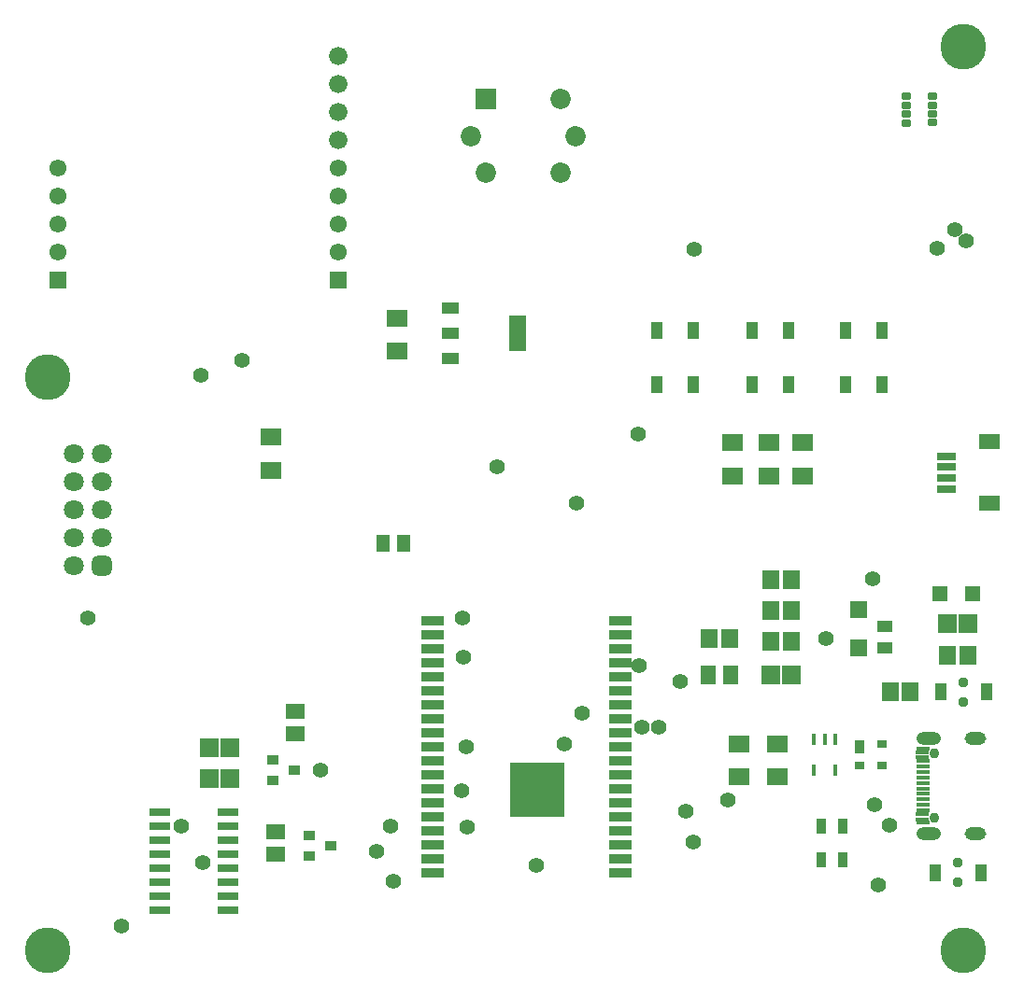
<source format=gbr>
%TF.GenerationSoftware,Altium Limited,Altium Designer,24.3.1 (35)*%
G04 Layer_Color=8388736*
%FSLAX45Y45*%
%MOMM*%
%TF.SameCoordinates,335D41A4-EFD6-4B0F-B868-2B534B1C8AB3*%
%TF.FilePolarity,Negative*%
%TF.FileFunction,Soldermask,Top*%
%TF.Part,Single*%
G01*
G75*
%TA.AperFunction,SMDPad,CuDef*%
%ADD10R,1.90620X1.50464*%
%ADD11R,0.95000X1.45000*%
%ADD17R,1.50000X1.50000*%
%ADD23R,1.35000X1.00000*%
%ADD28R,0.43180X1.13030*%
%ADD30R,5.00000X5.00000*%
%ADD31R,2.00000X0.90000*%
%TA.AperFunction,ComponentPad*%
%ADD38C,1.55000*%
%ADD39R,1.55000X1.55000*%
%ADD43C,1.85000*%
%ADD44R,1.85000X1.85000*%
%TA.AperFunction,ConnectorPad*%
%ADD60R,1.30000X0.45000*%
%TA.AperFunction,SMDPad,CuDef*%
G04:AMPARAMS|DCode=61|XSize=0.8358mm|YSize=0.65mm|CornerRadius=0.1375mm|HoleSize=0mm|Usage=FLASHONLY|Rotation=0.000|XOffset=0mm|YOffset=0mm|HoleType=Round|Shape=RoundedRectangle|*
%AMROUNDEDRECTD61*
21,1,0.83580,0.37500,0,0,0.0*
21,1,0.56080,0.65000,0,0,0.0*
1,1,0.27500,0.28040,-0.18750*
1,1,0.27500,-0.28040,-0.18750*
1,1,0.27500,-0.28040,0.18750*
1,1,0.27500,0.28040,0.18750*
%
%ADD61ROUNDEDRECTD61*%
G04:AMPARAMS|DCode=62|XSize=1.05mm|YSize=1.6mm|CornerRadius=0.1245mm|HoleSize=0mm|Usage=FLASHONLY|Rotation=90.000|XOffset=0mm|YOffset=0mm|HoleType=Round|Shape=RoundedRectangle|*
%AMROUNDEDRECTD62*
21,1,1.05000,1.35100,0,0,90.0*
21,1,0.80100,1.60000,0,0,90.0*
1,1,0.24900,0.67550,0.40050*
1,1,0.24900,0.67550,-0.40050*
1,1,0.24900,-0.67550,-0.40050*
1,1,0.24900,-0.67550,0.40050*
%
%ADD62ROUNDEDRECTD62*%
G04:AMPARAMS|DCode=63|XSize=3.3mm|YSize=1.6mm|CornerRadius=0.12575mm|HoleSize=0mm|Usage=FLASHONLY|Rotation=90.000|XOffset=0mm|YOffset=0mm|HoleType=Round|Shape=RoundedRectangle|*
%AMROUNDEDRECTD63*
21,1,3.30000,1.34850,0,0,90.0*
21,1,3.04850,1.60000,0,0,90.0*
1,1,0.25150,0.67425,1.52425*
1,1,0.25150,0.67425,-1.52425*
1,1,0.25150,-0.67425,-1.52425*
1,1,0.25150,-0.67425,1.52425*
%
%ADD63ROUNDEDRECTD63*%
%ADD64R,1.65000X1.70000*%
%ADD65R,1.70000X1.70000*%
%ADD66R,1.40000X1.37000*%
%ADD67R,1.10000X1.65000*%
%ADD68R,1.05000X1.65000*%
%ADD69R,1.05000X0.95000*%
%ADD70R,1.95000X0.79000*%
%ADD71R,1.55000X1.70000*%
%ADD72R,1.40000X1.70000*%
%ADD73R,1.70000X1.40000*%
%ADD74R,1.20000X1.60000*%
%ADD75R,0.85000X1.15000*%
%ADD76R,0.85000X0.75000*%
%ADD77R,1.70000X0.75000*%
%ADD78R,1.95000X1.35000*%
%TA.AperFunction,ViaPad*%
%ADD79C,1.67400*%
%ADD80C,4.15000*%
%TA.AperFunction,ComponentPad*%
%ADD81C,0.93000*%
%ADD82C,1.80000*%
G04:AMPARAMS|DCode=83|XSize=1.8mm|YSize=1.8mm|CornerRadius=0.4875mm|HoleSize=0mm|Usage=FLASHONLY|Rotation=90.000|XOffset=0mm|YOffset=0mm|HoleType=Round|Shape=RoundedRectangle|*
%AMROUNDEDRECTD83*
21,1,1.80000,0.82500,0,0,90.0*
21,1,0.82500,1.80000,0,0,90.0*
1,1,0.97500,0.41250,0.41250*
1,1,0.97500,0.41250,-0.41250*
1,1,0.97500,-0.41250,-0.41250*
1,1,0.97500,-0.41250,0.41250*
%
%ADD83ROUNDEDRECTD83*%
%ADD84C,0.95000*%
G04:AMPARAMS|DCode=85|XSize=1.15mm|YSize=1.95mm|CornerRadius=0.575mm|HoleSize=0mm|Usage=FLASHONLY|Rotation=90.000|XOffset=0mm|YOffset=0mm|HoleType=Round|Shape=RoundedRectangle|*
%AMROUNDEDRECTD85*
21,1,1.15000,0.80000,0,0,90.0*
21,1,0.00000,1.95000,0,0,90.0*
1,1,1.15000,0.40000,0.00000*
1,1,1.15000,0.40000,0.00000*
1,1,1.15000,-0.40000,0.00000*
1,1,1.15000,-0.40000,0.00000*
%
%ADD85ROUNDEDRECTD85*%
G04:AMPARAMS|DCode=86|XSize=1.15mm|YSize=2.25mm|CornerRadius=0.575mm|HoleSize=0mm|Usage=FLASHONLY|Rotation=90.000|XOffset=0mm|YOffset=0mm|HoleType=Round|Shape=RoundedRectangle|*
%AMROUNDEDRECTD86*
21,1,1.15000,1.10000,0,0,90.0*
21,1,0.00000,2.25000,0,0,90.0*
1,1,1.15000,0.55000,0.00000*
1,1,1.15000,0.55000,0.00000*
1,1,1.15000,-0.55000,0.00000*
1,1,1.15000,-0.55000,0.00000*
%
%ADD86ROUNDEDRECTD86*%
%TA.AperFunction,ViaPad*%
%ADD87C,1.42000*%
D10*
X9436100Y7503378D02*
D03*
Y7203222D02*
D03*
X9740900Y7503378D02*
D03*
Y7203222D02*
D03*
X9105900D02*
D03*
Y7503378D02*
D03*
X6070600Y8333522D02*
D03*
Y8633678D02*
D03*
X9512300Y4472722D02*
D03*
Y4772878D02*
D03*
X9169400D02*
D03*
Y4472722D02*
D03*
X4927600Y7554178D02*
D03*
Y7254022D02*
D03*
D11*
X9910100Y4025900D02*
D03*
X10105100D02*
D03*
X9910100Y3721100D02*
D03*
X10105100D02*
D03*
D17*
X10248900Y5641599D02*
D03*
Y5991601D02*
D03*
D23*
X10490200Y5640400D02*
D03*
Y5840400D02*
D03*
D28*
X10039101Y4813300D02*
D03*
X9944100D02*
D03*
X9849099D02*
D03*
Y4535170D02*
D03*
X10039101D02*
D03*
D30*
X7339899Y4356801D02*
D03*
D31*
X6389898Y3606800D02*
D03*
Y3733800D02*
D03*
Y3860800D02*
D03*
Y3987800D02*
D03*
Y4114800D02*
D03*
Y4241800D02*
D03*
Y4368800D02*
D03*
Y4495800D02*
D03*
Y4622800D02*
D03*
Y4749800D02*
D03*
Y4876800D02*
D03*
Y5003800D02*
D03*
Y5130800D02*
D03*
Y5257800D02*
D03*
Y5384800D02*
D03*
Y5511800D02*
D03*
Y5638800D02*
D03*
Y5765800D02*
D03*
Y5892800D02*
D03*
X8089900D02*
D03*
Y5765800D02*
D03*
Y5638800D02*
D03*
Y5511800D02*
D03*
Y5384800D02*
D03*
Y5257800D02*
D03*
Y5130800D02*
D03*
Y5003800D02*
D03*
Y4876800D02*
D03*
Y4749800D02*
D03*
Y4622800D02*
D03*
Y4495800D02*
D03*
Y4368800D02*
D03*
Y4241800D02*
D03*
Y4114800D02*
D03*
Y3987800D02*
D03*
Y3860800D02*
D03*
Y3733800D02*
D03*
Y3606800D02*
D03*
D38*
X5540000Y9993000D02*
D03*
Y9739000D02*
D03*
Y9485000D02*
D03*
Y9231000D02*
D03*
X3000000Y9993000D02*
D03*
Y9739000D02*
D03*
Y9485000D02*
D03*
Y9231000D02*
D03*
D39*
X5540000Y8977000D02*
D03*
X3000000D02*
D03*
D43*
X6738600Y10287000D02*
D03*
X7688600D02*
D03*
X7549500Y10622900D02*
D03*
X6877700Y9951100D02*
D03*
X7549500D02*
D03*
D44*
X6877700Y10622900D02*
D03*
D60*
X10825000Y4699200D02*
D03*
Y4089200D02*
D03*
X10834400Y4729200D02*
D03*
X10828000Y4649200D02*
D03*
X10834400Y4169200D02*
D03*
Y4059200D02*
D03*
X10828000Y4139200D02*
D03*
X10834400Y4219200D02*
D03*
Y4269200D02*
D03*
Y4319200D02*
D03*
Y4369200D02*
D03*
Y4419200D02*
D03*
Y4469200D02*
D03*
Y4519200D02*
D03*
Y4569200D02*
D03*
Y4619200D02*
D03*
D61*
X10922000Y10646400D02*
D03*
Y10566400D02*
D03*
Y10486400D02*
D03*
Y10406400D02*
D03*
X10682000Y10404400D02*
D03*
Y10486400D02*
D03*
Y10566400D02*
D03*
Y10646400D02*
D03*
D62*
X6550503Y8726302D02*
D03*
Y8496300D02*
D03*
Y8266298D02*
D03*
D63*
X7165503Y8496300D02*
D03*
D64*
X8901598Y5727700D02*
D03*
X9081602D02*
D03*
X10719902Y5245100D02*
D03*
X10539898D02*
D03*
X9640402Y6261100D02*
D03*
X9460398D02*
D03*
X9640402Y5981700D02*
D03*
X9460398D02*
D03*
X9640402Y5702300D02*
D03*
X9460398D02*
D03*
D65*
X11058098Y5867400D02*
D03*
X11243102D02*
D03*
X4550202Y4737100D02*
D03*
X4365198D02*
D03*
X4550202Y4457700D02*
D03*
X4365198D02*
D03*
X9642902Y5397500D02*
D03*
X9457898D02*
D03*
D66*
X10990402Y6134100D02*
D03*
X11285398D02*
D03*
D67*
X11408898Y5243998D02*
D03*
X10993902D02*
D03*
X11358098Y3605698D02*
D03*
X10943102D02*
D03*
D68*
X8420200Y8035400D02*
D03*
X8750200D02*
D03*
Y8525400D02*
D03*
X8420200D02*
D03*
X9283800Y8035400D02*
D03*
X9613800D02*
D03*
Y8525400D02*
D03*
X9283800D02*
D03*
X10134700Y8035400D02*
D03*
X10464700D02*
D03*
Y8525400D02*
D03*
X10134700D02*
D03*
D69*
X4941900Y4628901D02*
D03*
Y4438899D02*
D03*
X5141900Y4533900D02*
D03*
X5272100Y3943101D02*
D03*
Y3753099D02*
D03*
X5472100Y3848100D02*
D03*
D70*
X4539600Y4152900D02*
D03*
Y4025900D02*
D03*
Y3898900D02*
D03*
Y3771900D02*
D03*
Y3644900D02*
D03*
Y3517900D02*
D03*
Y3390900D02*
D03*
Y3263900D02*
D03*
X3918600D02*
D03*
Y3390900D02*
D03*
Y3517900D02*
D03*
Y3644900D02*
D03*
Y3771900D02*
D03*
Y3898900D02*
D03*
Y4025900D02*
D03*
Y4152900D02*
D03*
D71*
X11055599Y5575300D02*
D03*
X11245601D02*
D03*
D72*
X8889101Y5397500D02*
D03*
X9094099D02*
D03*
D73*
X5143500Y4863202D02*
D03*
Y5068200D02*
D03*
X4965700Y3975999D02*
D03*
Y3771001D02*
D03*
D74*
X5939998Y6591300D02*
D03*
X6125002D02*
D03*
D75*
X10263200Y4748601D02*
D03*
D76*
Y4578599D02*
D03*
X10463200D02*
D03*
Y4768601D02*
D03*
D77*
X11048398Y7382802D02*
D03*
Y7282802D02*
D03*
Y7182802D02*
D03*
Y7082802D02*
D03*
D78*
X11435901Y6952800D02*
D03*
Y7512804D02*
D03*
D79*
X5540000Y10246000D02*
D03*
Y11008000D02*
D03*
Y10754000D02*
D03*
Y10500000D02*
D03*
D80*
X2900000Y8100000D02*
D03*
Y2900000D02*
D03*
X11200000D02*
D03*
Y11100000D02*
D03*
D81*
X10940900Y4683200D02*
D03*
Y4105200D02*
D03*
D82*
X3136900Y6642100D02*
D03*
X3390900D02*
D03*
X3136900Y6388100D02*
D03*
X3390900Y6896100D02*
D03*
X3136900D02*
D03*
X3390900Y7150100D02*
D03*
Y7404100D02*
D03*
X3136900Y7150100D02*
D03*
Y7404100D02*
D03*
D83*
X3390900Y6388100D02*
D03*
D84*
X11201400Y5154000D02*
D03*
Y5334000D02*
D03*
X11150600Y3515695D02*
D03*
Y3695700D02*
D03*
D85*
X11308900Y4826200D02*
D03*
Y3962200D02*
D03*
D86*
X10890900Y4826200D02*
D03*
Y3962200D02*
D03*
D87*
X10960100Y9271000D02*
D03*
X11226800Y9334500D02*
D03*
X7581900Y4775200D02*
D03*
X6972300Y7282180D02*
D03*
X4660900Y8255000D02*
D03*
X4292600Y8115300D02*
D03*
X5372100Y4533900D02*
D03*
X6692900Y4749800D02*
D03*
X6667500Y5562600D02*
D03*
X7327900Y3670300D02*
D03*
X6652260Y4345940D02*
D03*
X6032500Y3530600D02*
D03*
X3263900Y5918200D02*
D03*
X5880100Y3797300D02*
D03*
X4305300Y3695700D02*
D03*
X8255000Y7581900D02*
D03*
X7696200Y6959600D02*
D03*
X7741920Y5054600D02*
D03*
X10426700Y3492500D02*
D03*
X8750300Y3886200D02*
D03*
X8686800Y4163060D02*
D03*
X11125200Y9436100D02*
D03*
X8763000Y9258300D02*
D03*
X9956800Y5727700D02*
D03*
X10392355Y4220155D02*
D03*
X4114800Y4025900D02*
D03*
X3568700Y3124200D02*
D03*
X10528300Y4038600D02*
D03*
X8636000Y5336540D02*
D03*
X10375900Y6273800D02*
D03*
X6009640Y4025900D02*
D03*
X8442960Y4922520D02*
D03*
X8290560D02*
D03*
X6703060Y4015740D02*
D03*
X8262620Y5486400D02*
D03*
X6664960Y5915660D02*
D03*
X9067800Y4264660D02*
D03*
%TF.MD5,c21e7331b438d0ae431f5c6da9363491*%
M02*

</source>
